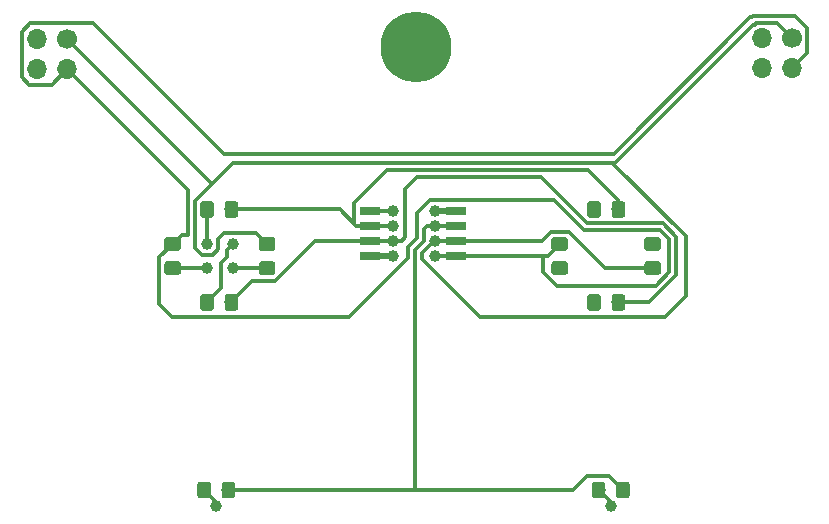
<source format=gbr>
G04 #@! TF.GenerationSoftware,KiCad,Pcbnew,(5.0.0)*
G04 #@! TF.CreationDate,2018-11-20T12:56:54-05:00*
G04 #@! TF.ProjectId,BsidesRock2019,427369646573526F636B323031392E6B,rev?*
G04 #@! TF.SameCoordinates,Original*
G04 #@! TF.FileFunction,Copper,L1,Top,Signal*
G04 #@! TF.FilePolarity,Positive*
%FSLAX46Y46*%
G04 Gerber Fmt 4.6, Leading zero omitted, Abs format (unit mm)*
G04 Created by KiCad (PCBNEW (5.0.0)) date 11/20/18 12:56:54*
%MOMM*%
%LPD*%
G01*
G04 APERTURE LIST*
G04 #@! TA.AperFunction,SMDPad,CuDef*
%ADD10R,1.700000X0.650000*%
G04 #@! TD*
G04 #@! TA.AperFunction,Conductor*
%ADD11C,0.100000*%
G04 #@! TD*
G04 #@! TA.AperFunction,SMDPad,CuDef*
%ADD12C,1.150000*%
G04 #@! TD*
G04 #@! TA.AperFunction,ComponentPad*
%ADD13O,1.700000X1.700000*%
G04 #@! TD*
G04 #@! TA.AperFunction,ComponentPad*
%ADD14C,1.700000*%
G04 #@! TD*
G04 #@! TA.AperFunction,ComponentPad*
%ADD15C,6.000000*%
G04 #@! TD*
G04 #@! TA.AperFunction,ViaPad*
%ADD16C,1.000000*%
G04 #@! TD*
G04 #@! TA.AperFunction,Conductor*
%ADD17C,0.300000*%
G04 #@! TD*
G04 #@! TA.AperFunction,Conductor*
%ADD18C,0.500000*%
G04 #@! TD*
G04 APERTURE END LIST*
D10*
G04 #@! TO.P,U1,1*
G04 #@! TO.N,Net-(JPROGHEADER1-Pad2)*
X142400000Y-55753000D03*
G04 #@! TO.P,U1,2*
G04 #@! TO.N,Net-(D3-Pad2)*
X142400000Y-57023000D03*
G04 #@! TO.P,U1,3*
G04 #@! TO.N,Net-(D4-Pad2)*
X142400000Y-58293000D03*
G04 #@! TO.P,U1,4*
G04 #@! TO.N,Net-(BT-2032-1-Pad2)*
X142400000Y-59563000D03*
G04 #@! TO.P,U1,5*
G04 #@! TO.N,Net-(D1-Pad2)*
X149700000Y-59563000D03*
G04 #@! TO.P,U1,6*
G04 #@! TO.N,Net-(D10-Pad2)*
X149700000Y-58293000D03*
G04 #@! TO.P,U1,7*
G04 #@! TO.N,Net-(D2-Pad2)*
X149700000Y-57023000D03*
G04 #@! TO.P,U1,8*
G04 #@! TO.N,Net-(BT-2032-1-Pad1)*
X149700000Y-55753000D03*
G04 #@! TD*
D11*
G04 #@! TO.N,Net-(D4-Pad2)*
G04 #@! TO.C,D8*
G36*
X163807505Y-62801204D02*
X163831773Y-62804804D01*
X163855572Y-62810765D01*
X163878671Y-62819030D01*
X163900850Y-62829520D01*
X163921893Y-62842132D01*
X163941599Y-62856747D01*
X163959777Y-62873223D01*
X163976253Y-62891401D01*
X163990868Y-62911107D01*
X164003480Y-62932150D01*
X164013970Y-62954329D01*
X164022235Y-62977428D01*
X164028196Y-63001227D01*
X164031796Y-63025495D01*
X164033000Y-63049999D01*
X164033000Y-63950001D01*
X164031796Y-63974505D01*
X164028196Y-63998773D01*
X164022235Y-64022572D01*
X164013970Y-64045671D01*
X164003480Y-64067850D01*
X163990868Y-64088893D01*
X163976253Y-64108599D01*
X163959777Y-64126777D01*
X163941599Y-64143253D01*
X163921893Y-64157868D01*
X163900850Y-64170480D01*
X163878671Y-64180970D01*
X163855572Y-64189235D01*
X163831773Y-64195196D01*
X163807505Y-64198796D01*
X163783001Y-64200000D01*
X163132999Y-64200000D01*
X163108495Y-64198796D01*
X163084227Y-64195196D01*
X163060428Y-64189235D01*
X163037329Y-64180970D01*
X163015150Y-64170480D01*
X162994107Y-64157868D01*
X162974401Y-64143253D01*
X162956223Y-64126777D01*
X162939747Y-64108599D01*
X162925132Y-64088893D01*
X162912520Y-64067850D01*
X162902030Y-64045671D01*
X162893765Y-64022572D01*
X162887804Y-63998773D01*
X162884204Y-63974505D01*
X162883000Y-63950001D01*
X162883000Y-63049999D01*
X162884204Y-63025495D01*
X162887804Y-63001227D01*
X162893765Y-62977428D01*
X162902030Y-62954329D01*
X162912520Y-62932150D01*
X162925132Y-62911107D01*
X162939747Y-62891401D01*
X162956223Y-62873223D01*
X162974401Y-62856747D01*
X162994107Y-62842132D01*
X163015150Y-62829520D01*
X163037329Y-62819030D01*
X163060428Y-62810765D01*
X163084227Y-62804804D01*
X163108495Y-62801204D01*
X163132999Y-62800000D01*
X163783001Y-62800000D01*
X163807505Y-62801204D01*
X163807505Y-62801204D01*
G37*
D12*
G04 #@! TD*
G04 #@! TO.P,D8,2*
G04 #@! TO.N,Net-(D4-Pad2)*
X163458000Y-63500000D03*
D11*
G04 #@! TO.N,Net-(D8-Pad1)*
G04 #@! TO.C,D8*
G36*
X161757505Y-62801204D02*
X161781773Y-62804804D01*
X161805572Y-62810765D01*
X161828671Y-62819030D01*
X161850850Y-62829520D01*
X161871893Y-62842132D01*
X161891599Y-62856747D01*
X161909777Y-62873223D01*
X161926253Y-62891401D01*
X161940868Y-62911107D01*
X161953480Y-62932150D01*
X161963970Y-62954329D01*
X161972235Y-62977428D01*
X161978196Y-63001227D01*
X161981796Y-63025495D01*
X161983000Y-63049999D01*
X161983000Y-63950001D01*
X161981796Y-63974505D01*
X161978196Y-63998773D01*
X161972235Y-64022572D01*
X161963970Y-64045671D01*
X161953480Y-64067850D01*
X161940868Y-64088893D01*
X161926253Y-64108599D01*
X161909777Y-64126777D01*
X161891599Y-64143253D01*
X161871893Y-64157868D01*
X161850850Y-64170480D01*
X161828671Y-64180970D01*
X161805572Y-64189235D01*
X161781773Y-64195196D01*
X161757505Y-64198796D01*
X161733001Y-64200000D01*
X161082999Y-64200000D01*
X161058495Y-64198796D01*
X161034227Y-64195196D01*
X161010428Y-64189235D01*
X160987329Y-64180970D01*
X160965150Y-64170480D01*
X160944107Y-64157868D01*
X160924401Y-64143253D01*
X160906223Y-64126777D01*
X160889747Y-64108599D01*
X160875132Y-64088893D01*
X160862520Y-64067850D01*
X160852030Y-64045671D01*
X160843765Y-64022572D01*
X160837804Y-63998773D01*
X160834204Y-63974505D01*
X160833000Y-63950001D01*
X160833000Y-63049999D01*
X160834204Y-63025495D01*
X160837804Y-63001227D01*
X160843765Y-62977428D01*
X160852030Y-62954329D01*
X160862520Y-62932150D01*
X160875132Y-62911107D01*
X160889747Y-62891401D01*
X160906223Y-62873223D01*
X160924401Y-62856747D01*
X160944107Y-62842132D01*
X160965150Y-62829520D01*
X160987329Y-62819030D01*
X161010428Y-62810765D01*
X161034227Y-62804804D01*
X161058495Y-62801204D01*
X161082999Y-62800000D01*
X161733001Y-62800000D01*
X161757505Y-62801204D01*
X161757505Y-62801204D01*
G37*
D12*
G04 #@! TD*
G04 #@! TO.P,D8,1*
G04 #@! TO.N,Net-(D8-Pad1)*
X161408000Y-63500000D03*
D11*
G04 #@! TO.N,Net-(D1-Pad1)*
G04 #@! TO.C,D1*
G36*
X126204505Y-60014204D02*
X126228773Y-60017804D01*
X126252572Y-60023765D01*
X126275671Y-60032030D01*
X126297850Y-60042520D01*
X126318893Y-60055132D01*
X126338599Y-60069747D01*
X126356777Y-60086223D01*
X126373253Y-60104401D01*
X126387868Y-60124107D01*
X126400480Y-60145150D01*
X126410970Y-60167329D01*
X126419235Y-60190428D01*
X126425196Y-60214227D01*
X126428796Y-60238495D01*
X126430000Y-60262999D01*
X126430000Y-60913001D01*
X126428796Y-60937505D01*
X126425196Y-60961773D01*
X126419235Y-60985572D01*
X126410970Y-61008671D01*
X126400480Y-61030850D01*
X126387868Y-61051893D01*
X126373253Y-61071599D01*
X126356777Y-61089777D01*
X126338599Y-61106253D01*
X126318893Y-61120868D01*
X126297850Y-61133480D01*
X126275671Y-61143970D01*
X126252572Y-61152235D01*
X126228773Y-61158196D01*
X126204505Y-61161796D01*
X126180001Y-61163000D01*
X125279999Y-61163000D01*
X125255495Y-61161796D01*
X125231227Y-61158196D01*
X125207428Y-61152235D01*
X125184329Y-61143970D01*
X125162150Y-61133480D01*
X125141107Y-61120868D01*
X125121401Y-61106253D01*
X125103223Y-61089777D01*
X125086747Y-61071599D01*
X125072132Y-61051893D01*
X125059520Y-61030850D01*
X125049030Y-61008671D01*
X125040765Y-60985572D01*
X125034804Y-60961773D01*
X125031204Y-60937505D01*
X125030000Y-60913001D01*
X125030000Y-60262999D01*
X125031204Y-60238495D01*
X125034804Y-60214227D01*
X125040765Y-60190428D01*
X125049030Y-60167329D01*
X125059520Y-60145150D01*
X125072132Y-60124107D01*
X125086747Y-60104401D01*
X125103223Y-60086223D01*
X125121401Y-60069747D01*
X125141107Y-60055132D01*
X125162150Y-60042520D01*
X125184329Y-60032030D01*
X125207428Y-60023765D01*
X125231227Y-60017804D01*
X125255495Y-60014204D01*
X125279999Y-60013000D01*
X126180001Y-60013000D01*
X126204505Y-60014204D01*
X126204505Y-60014204D01*
G37*
D12*
G04 #@! TD*
G04 #@! TO.P,D1,1*
G04 #@! TO.N,Net-(D1-Pad1)*
X125730000Y-60588000D03*
D11*
G04 #@! TO.N,Net-(D1-Pad2)*
G04 #@! TO.C,D1*
G36*
X126204505Y-57964204D02*
X126228773Y-57967804D01*
X126252572Y-57973765D01*
X126275671Y-57982030D01*
X126297850Y-57992520D01*
X126318893Y-58005132D01*
X126338599Y-58019747D01*
X126356777Y-58036223D01*
X126373253Y-58054401D01*
X126387868Y-58074107D01*
X126400480Y-58095150D01*
X126410970Y-58117329D01*
X126419235Y-58140428D01*
X126425196Y-58164227D01*
X126428796Y-58188495D01*
X126430000Y-58212999D01*
X126430000Y-58863001D01*
X126428796Y-58887505D01*
X126425196Y-58911773D01*
X126419235Y-58935572D01*
X126410970Y-58958671D01*
X126400480Y-58980850D01*
X126387868Y-59001893D01*
X126373253Y-59021599D01*
X126356777Y-59039777D01*
X126338599Y-59056253D01*
X126318893Y-59070868D01*
X126297850Y-59083480D01*
X126275671Y-59093970D01*
X126252572Y-59102235D01*
X126228773Y-59108196D01*
X126204505Y-59111796D01*
X126180001Y-59113000D01*
X125279999Y-59113000D01*
X125255495Y-59111796D01*
X125231227Y-59108196D01*
X125207428Y-59102235D01*
X125184329Y-59093970D01*
X125162150Y-59083480D01*
X125141107Y-59070868D01*
X125121401Y-59056253D01*
X125103223Y-59039777D01*
X125086747Y-59021599D01*
X125072132Y-59001893D01*
X125059520Y-58980850D01*
X125049030Y-58958671D01*
X125040765Y-58935572D01*
X125034804Y-58911773D01*
X125031204Y-58887505D01*
X125030000Y-58863001D01*
X125030000Y-58212999D01*
X125031204Y-58188495D01*
X125034804Y-58164227D01*
X125040765Y-58140428D01*
X125049030Y-58117329D01*
X125059520Y-58095150D01*
X125072132Y-58074107D01*
X125086747Y-58054401D01*
X125103223Y-58036223D01*
X125121401Y-58019747D01*
X125141107Y-58005132D01*
X125162150Y-57992520D01*
X125184329Y-57982030D01*
X125207428Y-57973765D01*
X125231227Y-57967804D01*
X125255495Y-57964204D01*
X125279999Y-57963000D01*
X126180001Y-57963000D01*
X126204505Y-57964204D01*
X126204505Y-57964204D01*
G37*
D12*
G04 #@! TD*
G04 #@! TO.P,D1,2*
G04 #@! TO.N,Net-(D1-Pad2)*
X125730000Y-58538000D03*
D11*
G04 #@! TO.N,Net-(D3-Pad2)*
G04 #@! TO.C,D3*
G36*
X131041505Y-54927204D02*
X131065773Y-54930804D01*
X131089572Y-54936765D01*
X131112671Y-54945030D01*
X131134850Y-54955520D01*
X131155893Y-54968132D01*
X131175599Y-54982747D01*
X131193777Y-54999223D01*
X131210253Y-55017401D01*
X131224868Y-55037107D01*
X131237480Y-55058150D01*
X131247970Y-55080329D01*
X131256235Y-55103428D01*
X131262196Y-55127227D01*
X131265796Y-55151495D01*
X131267000Y-55175999D01*
X131267000Y-56076001D01*
X131265796Y-56100505D01*
X131262196Y-56124773D01*
X131256235Y-56148572D01*
X131247970Y-56171671D01*
X131237480Y-56193850D01*
X131224868Y-56214893D01*
X131210253Y-56234599D01*
X131193777Y-56252777D01*
X131175599Y-56269253D01*
X131155893Y-56283868D01*
X131134850Y-56296480D01*
X131112671Y-56306970D01*
X131089572Y-56315235D01*
X131065773Y-56321196D01*
X131041505Y-56324796D01*
X131017001Y-56326000D01*
X130366999Y-56326000D01*
X130342495Y-56324796D01*
X130318227Y-56321196D01*
X130294428Y-56315235D01*
X130271329Y-56306970D01*
X130249150Y-56296480D01*
X130228107Y-56283868D01*
X130208401Y-56269253D01*
X130190223Y-56252777D01*
X130173747Y-56234599D01*
X130159132Y-56214893D01*
X130146520Y-56193850D01*
X130136030Y-56171671D01*
X130127765Y-56148572D01*
X130121804Y-56124773D01*
X130118204Y-56100505D01*
X130117000Y-56076001D01*
X130117000Y-55175999D01*
X130118204Y-55151495D01*
X130121804Y-55127227D01*
X130127765Y-55103428D01*
X130136030Y-55080329D01*
X130146520Y-55058150D01*
X130159132Y-55037107D01*
X130173747Y-55017401D01*
X130190223Y-54999223D01*
X130208401Y-54982747D01*
X130228107Y-54968132D01*
X130249150Y-54955520D01*
X130271329Y-54945030D01*
X130294428Y-54936765D01*
X130318227Y-54930804D01*
X130342495Y-54927204D01*
X130366999Y-54926000D01*
X131017001Y-54926000D01*
X131041505Y-54927204D01*
X131041505Y-54927204D01*
G37*
D12*
G04 #@! TD*
G04 #@! TO.P,D3,2*
G04 #@! TO.N,Net-(D3-Pad2)*
X130692000Y-55626000D03*
D11*
G04 #@! TO.N,Net-(D3-Pad1)*
G04 #@! TO.C,D3*
G36*
X128991505Y-54927204D02*
X129015773Y-54930804D01*
X129039572Y-54936765D01*
X129062671Y-54945030D01*
X129084850Y-54955520D01*
X129105893Y-54968132D01*
X129125599Y-54982747D01*
X129143777Y-54999223D01*
X129160253Y-55017401D01*
X129174868Y-55037107D01*
X129187480Y-55058150D01*
X129197970Y-55080329D01*
X129206235Y-55103428D01*
X129212196Y-55127227D01*
X129215796Y-55151495D01*
X129217000Y-55175999D01*
X129217000Y-56076001D01*
X129215796Y-56100505D01*
X129212196Y-56124773D01*
X129206235Y-56148572D01*
X129197970Y-56171671D01*
X129187480Y-56193850D01*
X129174868Y-56214893D01*
X129160253Y-56234599D01*
X129143777Y-56252777D01*
X129125599Y-56269253D01*
X129105893Y-56283868D01*
X129084850Y-56296480D01*
X129062671Y-56306970D01*
X129039572Y-56315235D01*
X129015773Y-56321196D01*
X128991505Y-56324796D01*
X128967001Y-56326000D01*
X128316999Y-56326000D01*
X128292495Y-56324796D01*
X128268227Y-56321196D01*
X128244428Y-56315235D01*
X128221329Y-56306970D01*
X128199150Y-56296480D01*
X128178107Y-56283868D01*
X128158401Y-56269253D01*
X128140223Y-56252777D01*
X128123747Y-56234599D01*
X128109132Y-56214893D01*
X128096520Y-56193850D01*
X128086030Y-56171671D01*
X128077765Y-56148572D01*
X128071804Y-56124773D01*
X128068204Y-56100505D01*
X128067000Y-56076001D01*
X128067000Y-55175999D01*
X128068204Y-55151495D01*
X128071804Y-55127227D01*
X128077765Y-55103428D01*
X128086030Y-55080329D01*
X128096520Y-55058150D01*
X128109132Y-55037107D01*
X128123747Y-55017401D01*
X128140223Y-54999223D01*
X128158401Y-54982747D01*
X128178107Y-54968132D01*
X128199150Y-54955520D01*
X128221329Y-54945030D01*
X128244428Y-54936765D01*
X128268227Y-54930804D01*
X128292495Y-54927204D01*
X128316999Y-54926000D01*
X128967001Y-54926000D01*
X128991505Y-54927204D01*
X128991505Y-54927204D01*
G37*
D12*
G04 #@! TD*
G04 #@! TO.P,D3,1*
G04 #@! TO.N,Net-(D3-Pad1)*
X128642000Y-55626000D03*
D11*
G04 #@! TO.N,Net-(D4-Pad1)*
G04 #@! TO.C,D4*
G36*
X128991505Y-62801204D02*
X129015773Y-62804804D01*
X129039572Y-62810765D01*
X129062671Y-62819030D01*
X129084850Y-62829520D01*
X129105893Y-62842132D01*
X129125599Y-62856747D01*
X129143777Y-62873223D01*
X129160253Y-62891401D01*
X129174868Y-62911107D01*
X129187480Y-62932150D01*
X129197970Y-62954329D01*
X129206235Y-62977428D01*
X129212196Y-63001227D01*
X129215796Y-63025495D01*
X129217000Y-63049999D01*
X129217000Y-63950001D01*
X129215796Y-63974505D01*
X129212196Y-63998773D01*
X129206235Y-64022572D01*
X129197970Y-64045671D01*
X129187480Y-64067850D01*
X129174868Y-64088893D01*
X129160253Y-64108599D01*
X129143777Y-64126777D01*
X129125599Y-64143253D01*
X129105893Y-64157868D01*
X129084850Y-64170480D01*
X129062671Y-64180970D01*
X129039572Y-64189235D01*
X129015773Y-64195196D01*
X128991505Y-64198796D01*
X128967001Y-64200000D01*
X128316999Y-64200000D01*
X128292495Y-64198796D01*
X128268227Y-64195196D01*
X128244428Y-64189235D01*
X128221329Y-64180970D01*
X128199150Y-64170480D01*
X128178107Y-64157868D01*
X128158401Y-64143253D01*
X128140223Y-64126777D01*
X128123747Y-64108599D01*
X128109132Y-64088893D01*
X128096520Y-64067850D01*
X128086030Y-64045671D01*
X128077765Y-64022572D01*
X128071804Y-63998773D01*
X128068204Y-63974505D01*
X128067000Y-63950001D01*
X128067000Y-63049999D01*
X128068204Y-63025495D01*
X128071804Y-63001227D01*
X128077765Y-62977428D01*
X128086030Y-62954329D01*
X128096520Y-62932150D01*
X128109132Y-62911107D01*
X128123747Y-62891401D01*
X128140223Y-62873223D01*
X128158401Y-62856747D01*
X128178107Y-62842132D01*
X128199150Y-62829520D01*
X128221329Y-62819030D01*
X128244428Y-62810765D01*
X128268227Y-62804804D01*
X128292495Y-62801204D01*
X128316999Y-62800000D01*
X128967001Y-62800000D01*
X128991505Y-62801204D01*
X128991505Y-62801204D01*
G37*
D12*
G04 #@! TD*
G04 #@! TO.P,D4,1*
G04 #@! TO.N,Net-(D4-Pad1)*
X128642000Y-63500000D03*
D11*
G04 #@! TO.N,Net-(D4-Pad2)*
G04 #@! TO.C,D4*
G36*
X131041505Y-62801204D02*
X131065773Y-62804804D01*
X131089572Y-62810765D01*
X131112671Y-62819030D01*
X131134850Y-62829520D01*
X131155893Y-62842132D01*
X131175599Y-62856747D01*
X131193777Y-62873223D01*
X131210253Y-62891401D01*
X131224868Y-62911107D01*
X131237480Y-62932150D01*
X131247970Y-62954329D01*
X131256235Y-62977428D01*
X131262196Y-63001227D01*
X131265796Y-63025495D01*
X131267000Y-63049999D01*
X131267000Y-63950001D01*
X131265796Y-63974505D01*
X131262196Y-63998773D01*
X131256235Y-64022572D01*
X131247970Y-64045671D01*
X131237480Y-64067850D01*
X131224868Y-64088893D01*
X131210253Y-64108599D01*
X131193777Y-64126777D01*
X131175599Y-64143253D01*
X131155893Y-64157868D01*
X131134850Y-64170480D01*
X131112671Y-64180970D01*
X131089572Y-64189235D01*
X131065773Y-64195196D01*
X131041505Y-64198796D01*
X131017001Y-64200000D01*
X130366999Y-64200000D01*
X130342495Y-64198796D01*
X130318227Y-64195196D01*
X130294428Y-64189235D01*
X130271329Y-64180970D01*
X130249150Y-64170480D01*
X130228107Y-64157868D01*
X130208401Y-64143253D01*
X130190223Y-64126777D01*
X130173747Y-64108599D01*
X130159132Y-64088893D01*
X130146520Y-64067850D01*
X130136030Y-64045671D01*
X130127765Y-64022572D01*
X130121804Y-63998773D01*
X130118204Y-63974505D01*
X130117000Y-63950001D01*
X130117000Y-63049999D01*
X130118204Y-63025495D01*
X130121804Y-63001227D01*
X130127765Y-62977428D01*
X130136030Y-62954329D01*
X130146520Y-62932150D01*
X130159132Y-62911107D01*
X130173747Y-62891401D01*
X130190223Y-62873223D01*
X130208401Y-62856747D01*
X130228107Y-62842132D01*
X130249150Y-62829520D01*
X130271329Y-62819030D01*
X130294428Y-62810765D01*
X130318227Y-62804804D01*
X130342495Y-62801204D01*
X130366999Y-62800000D01*
X131017001Y-62800000D01*
X131041505Y-62801204D01*
X131041505Y-62801204D01*
G37*
D12*
G04 #@! TD*
G04 #@! TO.P,D4,2*
G04 #@! TO.N,Net-(D4-Pad2)*
X130692000Y-63500000D03*
D11*
G04 #@! TO.N,Net-(D10-Pad2)*
G04 #@! TO.C,D5*
G36*
X134205505Y-57973204D02*
X134229773Y-57976804D01*
X134253572Y-57982765D01*
X134276671Y-57991030D01*
X134298850Y-58001520D01*
X134319893Y-58014132D01*
X134339599Y-58028747D01*
X134357777Y-58045223D01*
X134374253Y-58063401D01*
X134388868Y-58083107D01*
X134401480Y-58104150D01*
X134411970Y-58126329D01*
X134420235Y-58149428D01*
X134426196Y-58173227D01*
X134429796Y-58197495D01*
X134431000Y-58221999D01*
X134431000Y-58872001D01*
X134429796Y-58896505D01*
X134426196Y-58920773D01*
X134420235Y-58944572D01*
X134411970Y-58967671D01*
X134401480Y-58989850D01*
X134388868Y-59010893D01*
X134374253Y-59030599D01*
X134357777Y-59048777D01*
X134339599Y-59065253D01*
X134319893Y-59079868D01*
X134298850Y-59092480D01*
X134276671Y-59102970D01*
X134253572Y-59111235D01*
X134229773Y-59117196D01*
X134205505Y-59120796D01*
X134181001Y-59122000D01*
X133280999Y-59122000D01*
X133256495Y-59120796D01*
X133232227Y-59117196D01*
X133208428Y-59111235D01*
X133185329Y-59102970D01*
X133163150Y-59092480D01*
X133142107Y-59079868D01*
X133122401Y-59065253D01*
X133104223Y-59048777D01*
X133087747Y-59030599D01*
X133073132Y-59010893D01*
X133060520Y-58989850D01*
X133050030Y-58967671D01*
X133041765Y-58944572D01*
X133035804Y-58920773D01*
X133032204Y-58896505D01*
X133031000Y-58872001D01*
X133031000Y-58221999D01*
X133032204Y-58197495D01*
X133035804Y-58173227D01*
X133041765Y-58149428D01*
X133050030Y-58126329D01*
X133060520Y-58104150D01*
X133073132Y-58083107D01*
X133087747Y-58063401D01*
X133104223Y-58045223D01*
X133122401Y-58028747D01*
X133142107Y-58014132D01*
X133163150Y-58001520D01*
X133185329Y-57991030D01*
X133208428Y-57982765D01*
X133232227Y-57976804D01*
X133256495Y-57973204D01*
X133280999Y-57972000D01*
X134181001Y-57972000D01*
X134205505Y-57973204D01*
X134205505Y-57973204D01*
G37*
D12*
G04 #@! TD*
G04 #@! TO.P,D5,2*
G04 #@! TO.N,Net-(D10-Pad2)*
X133731000Y-58547000D03*
D11*
G04 #@! TO.N,Net-(D5-Pad1)*
G04 #@! TO.C,D5*
G36*
X134205505Y-60023204D02*
X134229773Y-60026804D01*
X134253572Y-60032765D01*
X134276671Y-60041030D01*
X134298850Y-60051520D01*
X134319893Y-60064132D01*
X134339599Y-60078747D01*
X134357777Y-60095223D01*
X134374253Y-60113401D01*
X134388868Y-60133107D01*
X134401480Y-60154150D01*
X134411970Y-60176329D01*
X134420235Y-60199428D01*
X134426196Y-60223227D01*
X134429796Y-60247495D01*
X134431000Y-60271999D01*
X134431000Y-60922001D01*
X134429796Y-60946505D01*
X134426196Y-60970773D01*
X134420235Y-60994572D01*
X134411970Y-61017671D01*
X134401480Y-61039850D01*
X134388868Y-61060893D01*
X134374253Y-61080599D01*
X134357777Y-61098777D01*
X134339599Y-61115253D01*
X134319893Y-61129868D01*
X134298850Y-61142480D01*
X134276671Y-61152970D01*
X134253572Y-61161235D01*
X134229773Y-61167196D01*
X134205505Y-61170796D01*
X134181001Y-61172000D01*
X133280999Y-61172000D01*
X133256495Y-61170796D01*
X133232227Y-61167196D01*
X133208428Y-61161235D01*
X133185329Y-61152970D01*
X133163150Y-61142480D01*
X133142107Y-61129868D01*
X133122401Y-61115253D01*
X133104223Y-61098777D01*
X133087747Y-61080599D01*
X133073132Y-61060893D01*
X133060520Y-61039850D01*
X133050030Y-61017671D01*
X133041765Y-60994572D01*
X133035804Y-60970773D01*
X133032204Y-60946505D01*
X133031000Y-60922001D01*
X133031000Y-60271999D01*
X133032204Y-60247495D01*
X133035804Y-60223227D01*
X133041765Y-60199428D01*
X133050030Y-60176329D01*
X133060520Y-60154150D01*
X133073132Y-60133107D01*
X133087747Y-60113401D01*
X133104223Y-60095223D01*
X133122401Y-60078747D01*
X133142107Y-60064132D01*
X133163150Y-60051520D01*
X133185329Y-60041030D01*
X133208428Y-60032765D01*
X133232227Y-60026804D01*
X133256495Y-60023204D01*
X133280999Y-60022000D01*
X134181001Y-60022000D01*
X134205505Y-60023204D01*
X134205505Y-60023204D01*
G37*
D12*
G04 #@! TD*
G04 #@! TO.P,D5,1*
G04 #@! TO.N,Net-(D5-Pad1)*
X133731000Y-60597000D03*
D11*
G04 #@! TO.N,Net-(D6-Pad1)*
G04 #@! TO.C,D6*
G36*
X158970505Y-60014204D02*
X158994773Y-60017804D01*
X159018572Y-60023765D01*
X159041671Y-60032030D01*
X159063850Y-60042520D01*
X159084893Y-60055132D01*
X159104599Y-60069747D01*
X159122777Y-60086223D01*
X159139253Y-60104401D01*
X159153868Y-60124107D01*
X159166480Y-60145150D01*
X159176970Y-60167329D01*
X159185235Y-60190428D01*
X159191196Y-60214227D01*
X159194796Y-60238495D01*
X159196000Y-60262999D01*
X159196000Y-60913001D01*
X159194796Y-60937505D01*
X159191196Y-60961773D01*
X159185235Y-60985572D01*
X159176970Y-61008671D01*
X159166480Y-61030850D01*
X159153868Y-61051893D01*
X159139253Y-61071599D01*
X159122777Y-61089777D01*
X159104599Y-61106253D01*
X159084893Y-61120868D01*
X159063850Y-61133480D01*
X159041671Y-61143970D01*
X159018572Y-61152235D01*
X158994773Y-61158196D01*
X158970505Y-61161796D01*
X158946001Y-61163000D01*
X158045999Y-61163000D01*
X158021495Y-61161796D01*
X157997227Y-61158196D01*
X157973428Y-61152235D01*
X157950329Y-61143970D01*
X157928150Y-61133480D01*
X157907107Y-61120868D01*
X157887401Y-61106253D01*
X157869223Y-61089777D01*
X157852747Y-61071599D01*
X157838132Y-61051893D01*
X157825520Y-61030850D01*
X157815030Y-61008671D01*
X157806765Y-60985572D01*
X157800804Y-60961773D01*
X157797204Y-60937505D01*
X157796000Y-60913001D01*
X157796000Y-60262999D01*
X157797204Y-60238495D01*
X157800804Y-60214227D01*
X157806765Y-60190428D01*
X157815030Y-60167329D01*
X157825520Y-60145150D01*
X157838132Y-60124107D01*
X157852747Y-60104401D01*
X157869223Y-60086223D01*
X157887401Y-60069747D01*
X157907107Y-60055132D01*
X157928150Y-60042520D01*
X157950329Y-60032030D01*
X157973428Y-60023765D01*
X157997227Y-60017804D01*
X158021495Y-60014204D01*
X158045999Y-60013000D01*
X158946001Y-60013000D01*
X158970505Y-60014204D01*
X158970505Y-60014204D01*
G37*
D12*
G04 #@! TD*
G04 #@! TO.P,D6,1*
G04 #@! TO.N,Net-(D6-Pad1)*
X158496000Y-60588000D03*
D11*
G04 #@! TO.N,Net-(D1-Pad2)*
G04 #@! TO.C,D6*
G36*
X158970505Y-57964204D02*
X158994773Y-57967804D01*
X159018572Y-57973765D01*
X159041671Y-57982030D01*
X159063850Y-57992520D01*
X159084893Y-58005132D01*
X159104599Y-58019747D01*
X159122777Y-58036223D01*
X159139253Y-58054401D01*
X159153868Y-58074107D01*
X159166480Y-58095150D01*
X159176970Y-58117329D01*
X159185235Y-58140428D01*
X159191196Y-58164227D01*
X159194796Y-58188495D01*
X159196000Y-58212999D01*
X159196000Y-58863001D01*
X159194796Y-58887505D01*
X159191196Y-58911773D01*
X159185235Y-58935572D01*
X159176970Y-58958671D01*
X159166480Y-58980850D01*
X159153868Y-59001893D01*
X159139253Y-59021599D01*
X159122777Y-59039777D01*
X159104599Y-59056253D01*
X159084893Y-59070868D01*
X159063850Y-59083480D01*
X159041671Y-59093970D01*
X159018572Y-59102235D01*
X158994773Y-59108196D01*
X158970505Y-59111796D01*
X158946001Y-59113000D01*
X158045999Y-59113000D01*
X158021495Y-59111796D01*
X157997227Y-59108196D01*
X157973428Y-59102235D01*
X157950329Y-59093970D01*
X157928150Y-59083480D01*
X157907107Y-59070868D01*
X157887401Y-59056253D01*
X157869223Y-59039777D01*
X157852747Y-59021599D01*
X157838132Y-59001893D01*
X157825520Y-58980850D01*
X157815030Y-58958671D01*
X157806765Y-58935572D01*
X157800804Y-58911773D01*
X157797204Y-58887505D01*
X157796000Y-58863001D01*
X157796000Y-58212999D01*
X157797204Y-58188495D01*
X157800804Y-58164227D01*
X157806765Y-58140428D01*
X157815030Y-58117329D01*
X157825520Y-58095150D01*
X157838132Y-58074107D01*
X157852747Y-58054401D01*
X157869223Y-58036223D01*
X157887401Y-58019747D01*
X157907107Y-58005132D01*
X157928150Y-57992520D01*
X157950329Y-57982030D01*
X157973428Y-57973765D01*
X157997227Y-57967804D01*
X158021495Y-57964204D01*
X158045999Y-57963000D01*
X158946001Y-57963000D01*
X158970505Y-57964204D01*
X158970505Y-57964204D01*
G37*
D12*
G04 #@! TD*
G04 #@! TO.P,D6,2*
G04 #@! TO.N,Net-(D1-Pad2)*
X158496000Y-58538000D03*
D11*
G04 #@! TO.N,Net-(D3-Pad2)*
G04 #@! TO.C,D7*
G36*
X163807505Y-54927204D02*
X163831773Y-54930804D01*
X163855572Y-54936765D01*
X163878671Y-54945030D01*
X163900850Y-54955520D01*
X163921893Y-54968132D01*
X163941599Y-54982747D01*
X163959777Y-54999223D01*
X163976253Y-55017401D01*
X163990868Y-55037107D01*
X164003480Y-55058150D01*
X164013970Y-55080329D01*
X164022235Y-55103428D01*
X164028196Y-55127227D01*
X164031796Y-55151495D01*
X164033000Y-55175999D01*
X164033000Y-56076001D01*
X164031796Y-56100505D01*
X164028196Y-56124773D01*
X164022235Y-56148572D01*
X164013970Y-56171671D01*
X164003480Y-56193850D01*
X163990868Y-56214893D01*
X163976253Y-56234599D01*
X163959777Y-56252777D01*
X163941599Y-56269253D01*
X163921893Y-56283868D01*
X163900850Y-56296480D01*
X163878671Y-56306970D01*
X163855572Y-56315235D01*
X163831773Y-56321196D01*
X163807505Y-56324796D01*
X163783001Y-56326000D01*
X163132999Y-56326000D01*
X163108495Y-56324796D01*
X163084227Y-56321196D01*
X163060428Y-56315235D01*
X163037329Y-56306970D01*
X163015150Y-56296480D01*
X162994107Y-56283868D01*
X162974401Y-56269253D01*
X162956223Y-56252777D01*
X162939747Y-56234599D01*
X162925132Y-56214893D01*
X162912520Y-56193850D01*
X162902030Y-56171671D01*
X162893765Y-56148572D01*
X162887804Y-56124773D01*
X162884204Y-56100505D01*
X162883000Y-56076001D01*
X162883000Y-55175999D01*
X162884204Y-55151495D01*
X162887804Y-55127227D01*
X162893765Y-55103428D01*
X162902030Y-55080329D01*
X162912520Y-55058150D01*
X162925132Y-55037107D01*
X162939747Y-55017401D01*
X162956223Y-54999223D01*
X162974401Y-54982747D01*
X162994107Y-54968132D01*
X163015150Y-54955520D01*
X163037329Y-54945030D01*
X163060428Y-54936765D01*
X163084227Y-54930804D01*
X163108495Y-54927204D01*
X163132999Y-54926000D01*
X163783001Y-54926000D01*
X163807505Y-54927204D01*
X163807505Y-54927204D01*
G37*
D12*
G04 #@! TD*
G04 #@! TO.P,D7,2*
G04 #@! TO.N,Net-(D3-Pad2)*
X163458000Y-55626000D03*
D11*
G04 #@! TO.N,Net-(D7-Pad1)*
G04 #@! TO.C,D7*
G36*
X161757505Y-54927204D02*
X161781773Y-54930804D01*
X161805572Y-54936765D01*
X161828671Y-54945030D01*
X161850850Y-54955520D01*
X161871893Y-54968132D01*
X161891599Y-54982747D01*
X161909777Y-54999223D01*
X161926253Y-55017401D01*
X161940868Y-55037107D01*
X161953480Y-55058150D01*
X161963970Y-55080329D01*
X161972235Y-55103428D01*
X161978196Y-55127227D01*
X161981796Y-55151495D01*
X161983000Y-55175999D01*
X161983000Y-56076001D01*
X161981796Y-56100505D01*
X161978196Y-56124773D01*
X161972235Y-56148572D01*
X161963970Y-56171671D01*
X161953480Y-56193850D01*
X161940868Y-56214893D01*
X161926253Y-56234599D01*
X161909777Y-56252777D01*
X161891599Y-56269253D01*
X161871893Y-56283868D01*
X161850850Y-56296480D01*
X161828671Y-56306970D01*
X161805572Y-56315235D01*
X161781773Y-56321196D01*
X161757505Y-56324796D01*
X161733001Y-56326000D01*
X161082999Y-56326000D01*
X161058495Y-56324796D01*
X161034227Y-56321196D01*
X161010428Y-56315235D01*
X160987329Y-56306970D01*
X160965150Y-56296480D01*
X160944107Y-56283868D01*
X160924401Y-56269253D01*
X160906223Y-56252777D01*
X160889747Y-56234599D01*
X160875132Y-56214893D01*
X160862520Y-56193850D01*
X160852030Y-56171671D01*
X160843765Y-56148572D01*
X160837804Y-56124773D01*
X160834204Y-56100505D01*
X160833000Y-56076001D01*
X160833000Y-55175999D01*
X160834204Y-55151495D01*
X160837804Y-55127227D01*
X160843765Y-55103428D01*
X160852030Y-55080329D01*
X160862520Y-55058150D01*
X160875132Y-55037107D01*
X160889747Y-55017401D01*
X160906223Y-54999223D01*
X160924401Y-54982747D01*
X160944107Y-54968132D01*
X160965150Y-54955520D01*
X160987329Y-54945030D01*
X161010428Y-54936765D01*
X161034227Y-54930804D01*
X161058495Y-54927204D01*
X161082999Y-54926000D01*
X161733001Y-54926000D01*
X161757505Y-54927204D01*
X161757505Y-54927204D01*
G37*
D12*
G04 #@! TD*
G04 #@! TO.P,D7,1*
G04 #@! TO.N,Net-(D7-Pad1)*
X161408000Y-55626000D03*
D11*
G04 #@! TO.N,Net-(D10-Pad1)*
G04 #@! TO.C,D10*
G36*
X166844505Y-57964204D02*
X166868773Y-57967804D01*
X166892572Y-57973765D01*
X166915671Y-57982030D01*
X166937850Y-57992520D01*
X166958893Y-58005132D01*
X166978599Y-58019747D01*
X166996777Y-58036223D01*
X167013253Y-58054401D01*
X167027868Y-58074107D01*
X167040480Y-58095150D01*
X167050970Y-58117329D01*
X167059235Y-58140428D01*
X167065196Y-58164227D01*
X167068796Y-58188495D01*
X167070000Y-58212999D01*
X167070000Y-58863001D01*
X167068796Y-58887505D01*
X167065196Y-58911773D01*
X167059235Y-58935572D01*
X167050970Y-58958671D01*
X167040480Y-58980850D01*
X167027868Y-59001893D01*
X167013253Y-59021599D01*
X166996777Y-59039777D01*
X166978599Y-59056253D01*
X166958893Y-59070868D01*
X166937850Y-59083480D01*
X166915671Y-59093970D01*
X166892572Y-59102235D01*
X166868773Y-59108196D01*
X166844505Y-59111796D01*
X166820001Y-59113000D01*
X165919999Y-59113000D01*
X165895495Y-59111796D01*
X165871227Y-59108196D01*
X165847428Y-59102235D01*
X165824329Y-59093970D01*
X165802150Y-59083480D01*
X165781107Y-59070868D01*
X165761401Y-59056253D01*
X165743223Y-59039777D01*
X165726747Y-59021599D01*
X165712132Y-59001893D01*
X165699520Y-58980850D01*
X165689030Y-58958671D01*
X165680765Y-58935572D01*
X165674804Y-58911773D01*
X165671204Y-58887505D01*
X165670000Y-58863001D01*
X165670000Y-58212999D01*
X165671204Y-58188495D01*
X165674804Y-58164227D01*
X165680765Y-58140428D01*
X165689030Y-58117329D01*
X165699520Y-58095150D01*
X165712132Y-58074107D01*
X165726747Y-58054401D01*
X165743223Y-58036223D01*
X165761401Y-58019747D01*
X165781107Y-58005132D01*
X165802150Y-57992520D01*
X165824329Y-57982030D01*
X165847428Y-57973765D01*
X165871227Y-57967804D01*
X165895495Y-57964204D01*
X165919999Y-57963000D01*
X166820001Y-57963000D01*
X166844505Y-57964204D01*
X166844505Y-57964204D01*
G37*
D12*
G04 #@! TD*
G04 #@! TO.P,D10,1*
G04 #@! TO.N,Net-(D10-Pad1)*
X166370000Y-58538000D03*
D11*
G04 #@! TO.N,Net-(D10-Pad2)*
G04 #@! TO.C,D10*
G36*
X166844910Y-60014202D02*
X166869135Y-60017795D01*
X166892891Y-60023746D01*
X166915949Y-60031996D01*
X166938087Y-60042467D01*
X166959093Y-60055057D01*
X166978763Y-60069645D01*
X166996908Y-60086092D01*
X167013355Y-60104237D01*
X167027943Y-60123907D01*
X167040533Y-60144913D01*
X167051004Y-60167051D01*
X167059254Y-60190109D01*
X167065205Y-60213865D01*
X167068798Y-60238090D01*
X167070000Y-60262550D01*
X167070000Y-60913450D01*
X167068798Y-60937910D01*
X167065205Y-60962135D01*
X167059254Y-60985891D01*
X167051004Y-61008949D01*
X167040533Y-61031087D01*
X167027943Y-61052093D01*
X167013355Y-61071763D01*
X166996908Y-61089908D01*
X166978763Y-61106355D01*
X166959093Y-61120943D01*
X166938087Y-61133533D01*
X166915949Y-61144004D01*
X166892891Y-61152254D01*
X166869135Y-61158205D01*
X166844910Y-61161798D01*
X166820450Y-61163000D01*
X165919550Y-61163000D01*
X165895090Y-61161798D01*
X165870865Y-61158205D01*
X165847109Y-61152254D01*
X165824051Y-61144004D01*
X165801913Y-61133533D01*
X165780907Y-61120943D01*
X165761237Y-61106355D01*
X165743092Y-61089908D01*
X165726645Y-61071763D01*
X165712057Y-61052093D01*
X165699467Y-61031087D01*
X165688996Y-61008949D01*
X165680746Y-60985891D01*
X165674795Y-60962135D01*
X165671202Y-60937910D01*
X165670000Y-60913450D01*
X165670000Y-60262550D01*
X165671202Y-60238090D01*
X165674795Y-60213865D01*
X165680746Y-60190109D01*
X165688996Y-60167051D01*
X165699467Y-60144913D01*
X165712057Y-60123907D01*
X165726645Y-60104237D01*
X165743092Y-60086092D01*
X165761237Y-60069645D01*
X165780907Y-60055057D01*
X165801913Y-60042467D01*
X165824051Y-60031996D01*
X165847109Y-60023746D01*
X165870865Y-60017795D01*
X165895090Y-60014202D01*
X165919550Y-60013000D01*
X166820450Y-60013000D01*
X166844910Y-60014202D01*
X166844910Y-60014202D01*
G37*
D12*
G04 #@! TD*
G04 #@! TO.P,D10,2*
G04 #@! TO.N,Net-(D10-Pad2)*
X166370000Y-60588000D03*
D11*
G04 #@! TO.N,Net-(D2-Pad2)*
G04 #@! TO.C,D9*
G36*
X164188505Y-78676204D02*
X164212773Y-78679804D01*
X164236572Y-78685765D01*
X164259671Y-78694030D01*
X164281850Y-78704520D01*
X164302893Y-78717132D01*
X164322599Y-78731747D01*
X164340777Y-78748223D01*
X164357253Y-78766401D01*
X164371868Y-78786107D01*
X164384480Y-78807150D01*
X164394970Y-78829329D01*
X164403235Y-78852428D01*
X164409196Y-78876227D01*
X164412796Y-78900495D01*
X164414000Y-78924999D01*
X164414000Y-79825001D01*
X164412796Y-79849505D01*
X164409196Y-79873773D01*
X164403235Y-79897572D01*
X164394970Y-79920671D01*
X164384480Y-79942850D01*
X164371868Y-79963893D01*
X164357253Y-79983599D01*
X164340777Y-80001777D01*
X164322599Y-80018253D01*
X164302893Y-80032868D01*
X164281850Y-80045480D01*
X164259671Y-80055970D01*
X164236572Y-80064235D01*
X164212773Y-80070196D01*
X164188505Y-80073796D01*
X164164001Y-80075000D01*
X163513999Y-80075000D01*
X163489495Y-80073796D01*
X163465227Y-80070196D01*
X163441428Y-80064235D01*
X163418329Y-80055970D01*
X163396150Y-80045480D01*
X163375107Y-80032868D01*
X163355401Y-80018253D01*
X163337223Y-80001777D01*
X163320747Y-79983599D01*
X163306132Y-79963893D01*
X163293520Y-79942850D01*
X163283030Y-79920671D01*
X163274765Y-79897572D01*
X163268804Y-79873773D01*
X163265204Y-79849505D01*
X163264000Y-79825001D01*
X163264000Y-78924999D01*
X163265204Y-78900495D01*
X163268804Y-78876227D01*
X163274765Y-78852428D01*
X163283030Y-78829329D01*
X163293520Y-78807150D01*
X163306132Y-78786107D01*
X163320747Y-78766401D01*
X163337223Y-78748223D01*
X163355401Y-78731747D01*
X163375107Y-78717132D01*
X163396150Y-78704520D01*
X163418329Y-78694030D01*
X163441428Y-78685765D01*
X163465227Y-78679804D01*
X163489495Y-78676204D01*
X163513999Y-78675000D01*
X164164001Y-78675000D01*
X164188505Y-78676204D01*
X164188505Y-78676204D01*
G37*
D12*
G04 #@! TD*
G04 #@! TO.P,D9,2*
G04 #@! TO.N,Net-(D2-Pad2)*
X163839000Y-79375000D03*
D11*
G04 #@! TO.N,Net-(D9-Pad1)*
G04 #@! TO.C,D9*
G36*
X162138505Y-78676204D02*
X162162773Y-78679804D01*
X162186572Y-78685765D01*
X162209671Y-78694030D01*
X162231850Y-78704520D01*
X162252893Y-78717132D01*
X162272599Y-78731747D01*
X162290777Y-78748223D01*
X162307253Y-78766401D01*
X162321868Y-78786107D01*
X162334480Y-78807150D01*
X162344970Y-78829329D01*
X162353235Y-78852428D01*
X162359196Y-78876227D01*
X162362796Y-78900495D01*
X162364000Y-78924999D01*
X162364000Y-79825001D01*
X162362796Y-79849505D01*
X162359196Y-79873773D01*
X162353235Y-79897572D01*
X162344970Y-79920671D01*
X162334480Y-79942850D01*
X162321868Y-79963893D01*
X162307253Y-79983599D01*
X162290777Y-80001777D01*
X162272599Y-80018253D01*
X162252893Y-80032868D01*
X162231850Y-80045480D01*
X162209671Y-80055970D01*
X162186572Y-80064235D01*
X162162773Y-80070196D01*
X162138505Y-80073796D01*
X162114001Y-80075000D01*
X161463999Y-80075000D01*
X161439495Y-80073796D01*
X161415227Y-80070196D01*
X161391428Y-80064235D01*
X161368329Y-80055970D01*
X161346150Y-80045480D01*
X161325107Y-80032868D01*
X161305401Y-80018253D01*
X161287223Y-80001777D01*
X161270747Y-79983599D01*
X161256132Y-79963893D01*
X161243520Y-79942850D01*
X161233030Y-79920671D01*
X161224765Y-79897572D01*
X161218804Y-79873773D01*
X161215204Y-79849505D01*
X161214000Y-79825001D01*
X161214000Y-78924999D01*
X161215204Y-78900495D01*
X161218804Y-78876227D01*
X161224765Y-78852428D01*
X161233030Y-78829329D01*
X161243520Y-78807150D01*
X161256132Y-78786107D01*
X161270747Y-78766401D01*
X161287223Y-78748223D01*
X161305401Y-78731747D01*
X161325107Y-78717132D01*
X161346150Y-78704520D01*
X161368329Y-78694030D01*
X161391428Y-78685765D01*
X161415227Y-78679804D01*
X161439495Y-78676204D01*
X161463999Y-78675000D01*
X162114001Y-78675000D01*
X162138505Y-78676204D01*
X162138505Y-78676204D01*
G37*
D12*
G04 #@! TD*
G04 #@! TO.P,D9,1*
G04 #@! TO.N,Net-(D9-Pad1)*
X161789000Y-79375000D03*
D11*
G04 #@! TO.N,Net-(D2-Pad1)*
G04 #@! TO.C,D2*
G36*
X128737505Y-78676204D02*
X128761773Y-78679804D01*
X128785572Y-78685765D01*
X128808671Y-78694030D01*
X128830850Y-78704520D01*
X128851893Y-78717132D01*
X128871599Y-78731747D01*
X128889777Y-78748223D01*
X128906253Y-78766401D01*
X128920868Y-78786107D01*
X128933480Y-78807150D01*
X128943970Y-78829329D01*
X128952235Y-78852428D01*
X128958196Y-78876227D01*
X128961796Y-78900495D01*
X128963000Y-78924999D01*
X128963000Y-79825001D01*
X128961796Y-79849505D01*
X128958196Y-79873773D01*
X128952235Y-79897572D01*
X128943970Y-79920671D01*
X128933480Y-79942850D01*
X128920868Y-79963893D01*
X128906253Y-79983599D01*
X128889777Y-80001777D01*
X128871599Y-80018253D01*
X128851893Y-80032868D01*
X128830850Y-80045480D01*
X128808671Y-80055970D01*
X128785572Y-80064235D01*
X128761773Y-80070196D01*
X128737505Y-80073796D01*
X128713001Y-80075000D01*
X128062999Y-80075000D01*
X128038495Y-80073796D01*
X128014227Y-80070196D01*
X127990428Y-80064235D01*
X127967329Y-80055970D01*
X127945150Y-80045480D01*
X127924107Y-80032868D01*
X127904401Y-80018253D01*
X127886223Y-80001777D01*
X127869747Y-79983599D01*
X127855132Y-79963893D01*
X127842520Y-79942850D01*
X127832030Y-79920671D01*
X127823765Y-79897572D01*
X127817804Y-79873773D01*
X127814204Y-79849505D01*
X127813000Y-79825001D01*
X127813000Y-78924999D01*
X127814204Y-78900495D01*
X127817804Y-78876227D01*
X127823765Y-78852428D01*
X127832030Y-78829329D01*
X127842520Y-78807150D01*
X127855132Y-78786107D01*
X127869747Y-78766401D01*
X127886223Y-78748223D01*
X127904401Y-78731747D01*
X127924107Y-78717132D01*
X127945150Y-78704520D01*
X127967329Y-78694030D01*
X127990428Y-78685765D01*
X128014227Y-78679804D01*
X128038495Y-78676204D01*
X128062999Y-78675000D01*
X128713001Y-78675000D01*
X128737505Y-78676204D01*
X128737505Y-78676204D01*
G37*
D12*
G04 #@! TD*
G04 #@! TO.P,D2,1*
G04 #@! TO.N,Net-(D2-Pad1)*
X128388000Y-79375000D03*
D11*
G04 #@! TO.N,Net-(D2-Pad2)*
G04 #@! TO.C,D2*
G36*
X130787505Y-78676204D02*
X130811773Y-78679804D01*
X130835572Y-78685765D01*
X130858671Y-78694030D01*
X130880850Y-78704520D01*
X130901893Y-78717132D01*
X130921599Y-78731747D01*
X130939777Y-78748223D01*
X130956253Y-78766401D01*
X130970868Y-78786107D01*
X130983480Y-78807150D01*
X130993970Y-78829329D01*
X131002235Y-78852428D01*
X131008196Y-78876227D01*
X131011796Y-78900495D01*
X131013000Y-78924999D01*
X131013000Y-79825001D01*
X131011796Y-79849505D01*
X131008196Y-79873773D01*
X131002235Y-79897572D01*
X130993970Y-79920671D01*
X130983480Y-79942850D01*
X130970868Y-79963893D01*
X130956253Y-79983599D01*
X130939777Y-80001777D01*
X130921599Y-80018253D01*
X130901893Y-80032868D01*
X130880850Y-80045480D01*
X130858671Y-80055970D01*
X130835572Y-80064235D01*
X130811773Y-80070196D01*
X130787505Y-80073796D01*
X130763001Y-80075000D01*
X130112999Y-80075000D01*
X130088495Y-80073796D01*
X130064227Y-80070196D01*
X130040428Y-80064235D01*
X130017329Y-80055970D01*
X129995150Y-80045480D01*
X129974107Y-80032868D01*
X129954401Y-80018253D01*
X129936223Y-80001777D01*
X129919747Y-79983599D01*
X129905132Y-79963893D01*
X129892520Y-79942850D01*
X129882030Y-79920671D01*
X129873765Y-79897572D01*
X129867804Y-79873773D01*
X129864204Y-79849505D01*
X129863000Y-79825001D01*
X129863000Y-78924999D01*
X129864204Y-78900495D01*
X129867804Y-78876227D01*
X129873765Y-78852428D01*
X129882030Y-78829329D01*
X129892520Y-78807150D01*
X129905132Y-78786107D01*
X129919747Y-78766401D01*
X129936223Y-78748223D01*
X129954401Y-78731747D01*
X129974107Y-78717132D01*
X129995150Y-78704520D01*
X130017329Y-78694030D01*
X130040428Y-78685765D01*
X130064227Y-78679804D01*
X130088495Y-78676204D01*
X130112999Y-78675000D01*
X130763001Y-78675000D01*
X130787505Y-78676204D01*
X130787505Y-78676204D01*
G37*
D12*
G04 #@! TD*
G04 #@! TO.P,D2,2*
G04 #@! TO.N,Net-(D2-Pad2)*
X130438000Y-79375000D03*
D13*
G04 #@! TO.P,J2,2*
G04 #@! TO.N,Net-(BT-2032-1-Pad2)*
X114230000Y-43770000D03*
G04 #@! TO.P,J2,1*
G04 #@! TO.N,Net-(BT-2032-1-Pad1)*
X114230000Y-41230000D03*
G04 #@! TO.P,J2,3*
G04 #@! TO.N,Net-(D1-Pad2)*
X116770000Y-43770000D03*
D14*
G04 #@! TO.P,J2,4*
G04 #@! TO.N,Net-(D10-Pad2)*
X116770000Y-41230000D03*
G04 #@! TD*
D13*
G04 #@! TO.P,J2,2*
G04 #@! TO.N,Net-(BT-2032-1-Pad2)*
X175630000Y-43670000D03*
G04 #@! TO.P,J2,1*
G04 #@! TO.N,Net-(BT-2032-1-Pad1)*
X175630000Y-41130000D03*
G04 #@! TO.P,J2,3*
G04 #@! TO.N,Net-(D1-Pad2)*
X178170000Y-43670000D03*
D14*
G04 #@! TO.P,J2,4*
G04 #@! TO.N,Net-(D10-Pad2)*
X178170000Y-41130000D03*
G04 #@! TD*
D15*
G04 #@! TO.P,BLANKHOLE,1*
G04 #@! TO.N,N/C*
X146304000Y-41910000D03*
G04 #@! TD*
D16*
G04 #@! TO.N,Net-(D6-Pad1)*
X158496000Y-60579000D03*
G04 #@! TO.N,Net-(D9-Pad1)*
X162800000Y-80700000D03*
G04 #@! TO.N,Net-(D5-Pad1)*
X130810000Y-60579000D03*
G04 #@! TO.N,Net-(D2-Pad1)*
X129400000Y-80700000D03*
G04 #@! TO.N,Net-(D3-Pad1)*
X128651000Y-58547000D03*
G04 #@! TO.N,Net-(D4-Pad1)*
X130810000Y-58547000D03*
G04 #@! TO.N,Net-(D1-Pad1)*
X128651000Y-60579000D03*
G04 #@! TO.N,Net-(D8-Pad1)*
X161417000Y-63500000D03*
G04 #@! TO.N,Net-(D7-Pad1)*
X161290000Y-55626000D03*
G04 #@! TO.N,Net-(D10-Pad1)*
X166370000Y-58674000D03*
G04 #@! TO.N,Net-(JPROGHEADER1-Pad2)*
X144399000Y-55753000D03*
G04 #@! TO.N,Net-(D3-Pad2)*
X144399000Y-57023000D03*
G04 #@! TO.N,Net-(D2-Pad2)*
X147955000Y-57023000D03*
G04 #@! TO.N,Net-(BT-2032-1-Pad2)*
X144399000Y-59563000D03*
G04 #@! TO.N,Net-(D1-Pad2)*
X147955000Y-59563000D03*
G04 #@! TO.N,Net-(D4-Pad2)*
X144399000Y-58293000D03*
G04 #@! TO.N,Net-(D10-Pad2)*
X147955000Y-58293000D03*
G04 #@! TO.N,Net-(BT-2032-1-Pad1)*
X147955000Y-55753000D03*
G04 #@! TD*
D17*
G04 #@! TO.N,Net-(D6-Pad1)*
X158496000Y-60588000D02*
X158496000Y-60579000D01*
G04 #@! TO.N,Net-(D9-Pad1)*
X162800000Y-80386000D02*
X161789000Y-79375000D01*
X162800000Y-80700000D02*
X162800000Y-80386000D01*
G04 #@! TO.N,Net-(D5-Pad1)*
X133731000Y-60570000D02*
X130819000Y-60570000D01*
X130819000Y-60570000D02*
X130810000Y-60579000D01*
G04 #@! TO.N,Net-(D2-Pad1)*
X129400000Y-80387000D02*
X128388000Y-79375000D01*
X129400000Y-80700000D02*
X129400000Y-80387000D01*
G04 #@! TO.N,Net-(D3-Pad1)*
X128642000Y-55626000D02*
X128642000Y-58538000D01*
X128642000Y-58538000D02*
X128651000Y-58547000D01*
G04 #@! TO.N,Net-(D4-Pad1)*
X130310001Y-59046999D02*
X130810000Y-58547000D01*
X130310001Y-59672997D02*
X130310001Y-59046999D01*
X129859999Y-60122999D02*
X130310001Y-59672997D01*
X129859999Y-62282001D02*
X129859999Y-60122999D01*
X128642000Y-63500000D02*
X129859999Y-62282001D01*
G04 #@! TO.N,Net-(D1-Pad1)*
X125730000Y-60588000D02*
X128642000Y-60588000D01*
X128642000Y-60588000D02*
X128651000Y-60579000D01*
G04 #@! TO.N,Net-(D8-Pad1)*
X161417000Y-63500000D02*
X161408000Y-63500000D01*
G04 #@! TO.N,Net-(D7-Pad1)*
X161408000Y-55626000D02*
X161290000Y-55626000D01*
G04 #@! TO.N,Net-(D10-Pad1)*
X166370000Y-58538000D02*
X166370000Y-58674000D01*
G04 #@! TO.N,Net-(JPROGHEADER1-Pad2)*
X142400000Y-55753000D02*
X144399000Y-55753000D01*
G04 #@! TO.N,Net-(D3-Pad2)*
X142400000Y-57023000D02*
X144399000Y-57023000D01*
X131367000Y-55626000D02*
X130692000Y-55626000D01*
X141250000Y-57023000D02*
X139853000Y-55626000D01*
X139853000Y-55626000D02*
X131367000Y-55626000D01*
X142400000Y-57023000D02*
X141250000Y-57023000D01*
X163458000Y-54826000D02*
X163458000Y-55626000D01*
X143901020Y-52266978D02*
X160898978Y-52266978D01*
X160898978Y-52266978D02*
X163458000Y-54826000D01*
X141099999Y-55067999D02*
X143901020Y-52266978D01*
X141099999Y-56872999D02*
X141099999Y-55067999D01*
X141250000Y-57023000D02*
X141099999Y-56872999D01*
G04 #@! TO.N,Net-(D2-Pad2)*
X146304000Y-79375000D02*
X130438000Y-79375000D01*
X162688990Y-78224990D02*
X160789010Y-78224990D01*
X163839000Y-79375000D02*
X162688990Y-78224990D01*
X160789010Y-78224990D02*
X159639000Y-79375000D01*
X159639000Y-79375000D02*
X146304000Y-79375000D01*
X149700000Y-57023000D02*
X148550000Y-57023000D01*
X149954000Y-57023000D02*
X147955000Y-57023000D01*
X147004999Y-57265895D02*
X147247894Y-57023000D01*
X147247894Y-57023000D02*
X147955000Y-57023000D01*
X147004999Y-58258457D02*
X147004999Y-57265895D01*
X146211990Y-59051465D02*
X147004999Y-58258457D01*
X146211991Y-79282991D02*
X146211990Y-59051465D01*
X146304000Y-79375000D02*
X146211991Y-79282991D01*
D18*
G04 #@! TO.N,Net-(BT-2032-1-Pad2)*
X144399000Y-59563000D02*
X142400000Y-59563000D01*
D17*
G04 #@! TO.N,Net-(D1-Pad2)*
X157471000Y-59563000D02*
X158496000Y-58538000D01*
X149700000Y-59563000D02*
X157099000Y-59563000D01*
X157099000Y-59563000D02*
X157471000Y-59563000D01*
X149954000Y-59563000D02*
X147955000Y-59563000D01*
X125730000Y-58538000D02*
X124579990Y-59688010D01*
X124579990Y-59688010D02*
X124579990Y-63619990D01*
X146404988Y-55897010D02*
X147498999Y-54802999D01*
X124579990Y-63619990D02*
X125658086Y-64698086D01*
X145611980Y-59756022D02*
X145611981Y-58802931D01*
X145611981Y-58802931D02*
X146404988Y-58009925D01*
X167000968Y-57404000D02*
X167767000Y-58170032D01*
X146404988Y-58009925D02*
X146404988Y-55897010D01*
X166620228Y-62103000D02*
X158246034Y-62103000D01*
X157099000Y-60955966D02*
X157099000Y-59563000D01*
X167767000Y-60956228D02*
X166620228Y-62103000D01*
X167767000Y-58170032D02*
X167767000Y-60956228D01*
X157971490Y-54802999D02*
X160572491Y-57404000D01*
X147498999Y-54802999D02*
X157971490Y-54802999D01*
X158246034Y-62103000D02*
X157099000Y-60955966D01*
X140669916Y-64698086D02*
X145611980Y-59756022D01*
X160572491Y-57404000D02*
X167000968Y-57404000D01*
X125658086Y-64698086D02*
X140669916Y-64698086D01*
X117619999Y-44619999D02*
X117644999Y-44619999D01*
X116770000Y-43770000D02*
X117619999Y-44619999D01*
X117644999Y-44619999D02*
X127000000Y-53975000D01*
X127000000Y-53975000D02*
X127000000Y-57785000D01*
X126483000Y-57785000D02*
X125730000Y-58538000D01*
X127000000Y-57785000D02*
X126483000Y-57785000D01*
X179470001Y-40278001D02*
X179470001Y-42369999D01*
X178421989Y-39229989D02*
X179470001Y-40278001D01*
X174892049Y-39229989D02*
X178421989Y-39229989D01*
X174617455Y-39370000D02*
X174752038Y-39370000D01*
X179470001Y-42369999D02*
X179019999Y-42820001D01*
X130048000Y-50927000D02*
X163060455Y-50927000D01*
X174752038Y-39370000D02*
X174892049Y-39229989D01*
X118999000Y-39878000D02*
X130048000Y-50927000D01*
X179019999Y-42820001D02*
X178170000Y-43670000D01*
X116770000Y-43770000D02*
X115469999Y-45070001D01*
X115469999Y-45070001D02*
X113605999Y-45070001D01*
X113605999Y-45070001D02*
X112929999Y-44394001D01*
X163060455Y-50927000D02*
X174617455Y-39370000D01*
X112929999Y-44394001D02*
X112929999Y-40605999D01*
X112929999Y-40605999D02*
X113657998Y-39878000D01*
X113657998Y-39878000D02*
X118999000Y-39878000D01*
G04 #@! TO.N,Net-(D4-Pad2)*
X142400000Y-58293000D02*
X144399000Y-58293000D01*
X137799966Y-58293000D02*
X134370966Y-61722000D01*
X142400000Y-58293000D02*
X137799966Y-58293000D01*
X132470000Y-61722000D02*
X130692000Y-63500000D01*
X134370966Y-61722000D02*
X132470000Y-61722000D01*
X142400000Y-58293000D02*
X143550000Y-58293000D01*
X166071771Y-63500000D02*
X163458000Y-63500000D01*
X168367011Y-61204760D02*
X166071771Y-63500000D01*
X168367011Y-57921501D02*
X168367011Y-61204760D01*
X160821023Y-56803989D02*
X167249499Y-56803989D01*
X145106106Y-58293000D02*
X145415000Y-57984106D01*
X144399000Y-58293000D02*
X145106106Y-58293000D01*
X145415000Y-57984106D02*
X145415000Y-53888457D01*
X145415000Y-53888457D02*
X146436468Y-52866989D01*
X146436468Y-52866989D02*
X156884023Y-52866989D01*
X167249499Y-56803989D02*
X168367011Y-57921501D01*
X156884023Y-52866989D02*
X160821023Y-56803989D01*
G04 #@! TO.N,Net-(D10-Pad2)*
X149954000Y-58293000D02*
X147955000Y-58293000D01*
X149700000Y-58293000D02*
X150850000Y-58293000D01*
X156976034Y-58293000D02*
X157756044Y-57512990D01*
X157756044Y-57512990D02*
X159280448Y-57512990D01*
X165570000Y-60588000D02*
X166370000Y-60588000D01*
X162355458Y-60588000D02*
X165570000Y-60588000D01*
X149700000Y-58293000D02*
X156976034Y-58293000D01*
X159280448Y-57512990D02*
X162355458Y-60588000D01*
X149700000Y-58293000D02*
X148550000Y-58293000D01*
X147818998Y-58293000D02*
X147955000Y-58293000D01*
X146812001Y-59817001D02*
X146812001Y-59299997D01*
X151765000Y-64770000D02*
X146812001Y-59817001D01*
X167386000Y-64770000D02*
X151765000Y-64770000D01*
X169164000Y-57869948D02*
X169164000Y-62992000D01*
X129601001Y-58090999D02*
X129601001Y-59003001D01*
X133731000Y-58547000D02*
X132780999Y-57596999D01*
X146812001Y-59299997D02*
X147818998Y-58293000D01*
X128194999Y-59497001D02*
X127616990Y-58918992D01*
X169164000Y-62992000D02*
X167386000Y-64770000D01*
X130832033Y-51666967D02*
X162961019Y-51666967D01*
X132780999Y-57596999D02*
X130095001Y-57596999D01*
X130095001Y-57596999D02*
X129601001Y-58090999D01*
X127616990Y-58918992D02*
X127616990Y-54882010D01*
X129601001Y-59003001D02*
X129107001Y-59497001D01*
X129107001Y-59497001D02*
X128194999Y-59497001D01*
X162961019Y-51666967D02*
X169164000Y-57869948D01*
X117644999Y-42079999D02*
X129032000Y-53467000D01*
X117619999Y-42079999D02*
X117644999Y-42079999D01*
X116770000Y-41230000D02*
X117619999Y-42079999D01*
X127616990Y-54882010D02*
X129032000Y-53467000D01*
X129032000Y-53467000D02*
X130832033Y-51666967D01*
X162961019Y-51666967D02*
X163169031Y-51666967D01*
X176869999Y-39829999D02*
X177320001Y-40280001D01*
X177320001Y-40280001D02*
X178170000Y-41130000D01*
X175140581Y-39829999D02*
X176869999Y-39829999D01*
X175000569Y-39970011D02*
X175140581Y-39829999D01*
X174865987Y-39970011D02*
X175000569Y-39970011D01*
X163169031Y-51666967D02*
X174865987Y-39970011D01*
D18*
G04 #@! TO.N,Net-(BT-2032-1-Pad1)*
X149700000Y-55753000D02*
X147955000Y-55753000D01*
G04 #@! TD*
M02*

</source>
